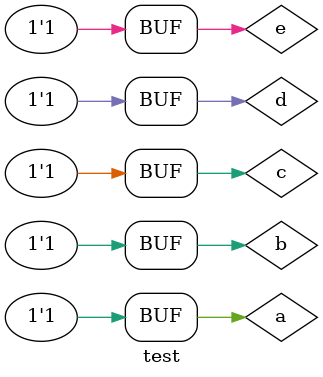
<source format=v>


module ex03 (s,a,b,c,d,e);
output s;
input a,b,c,d,e;

not NOT1 (bn,b);
not NOT2 (cn,c);
not NOT3 (dn,d);
xnor XNOR1 (temp1,a,c);
and AND1 (temp2,bn,e);
and AND2 (temp3,c,e);
and AND3 (temp4,a,bn,cn,d);
and AND3 (temp5,temp1,dn);
or OR1(s,temp2,temp3,temp4,temp5);

endmodule // ex03

// -----------------------------
// -- test Ex03
// -----------------------------

module test;
 reg a,b,c,d,e;
 wire s;
           
// instancia
ex03 EX03(s,a,b,c,d,e);
 
initial begin:start
      a=0;b=0;c=0;d=0;e=0;
 end
 
 
 // parte principal
 initial begin:main
      $display("Guia 08_03 - Alyson Deives - 416589");
      $display("Simplificação de Circuitos por Quine McCluskey\n");
		$display("\nA B C D E | S  \n");
		$monitor("%b %b %b %b %b | %b", a,b,c,d,e,s); 
  
  		#1 a=0;b=0;c=0;d=0;e=0;
		#1 a=0;b=0;c=0;d=0;e=1;
		#1 a=0;b=0;c=0;d=1;e=0;
		#1 a=0;b=0;c=0;d=1;e=1;
		#1 a=0;b=0;c=1;d=0;e=0;
		#1 a=0;b=0;c=1;d=0;e=1;
		#1 a=0;b=0;c=1;d=1;e=0;
		#1 a=0;b=0;c=1;d=1;e=1;
		#1 a=0;b=1;c=0;d=0;e=0;
		#1 a=0;b=1;c=0;d=0;e=1;
		#1 a=0;b=1;c=0;d=1;e=0;
		#1 a=0;b=1;c=0;d=1;e=1;
		#1 a=0;b=1;c=1;d=0;e=0;
		#1 a=0;b=1;c=1;d=0;e=1;
		#1 a=0;b=1;c=1;d=1;e=0;
		#1 a=0;b=1;c=1;d=1;e=1;
		#1 a=1;b=0;c=0;d=0;e=0;
		#1 a=1;b=0;c=0;d=0;e=1;
		#1 a=1;b=0;c=0;d=1;e=0;
		#1 a=1;b=0;c=0;d=1;e=1;
		#1 a=1;b=0;c=1;d=0;e=0;
		#1 a=1;b=0;c=1;d=0;e=1;
		#1 a=1;b=0;c=1;d=1;e=0;
		#1 a=1;b=0;c=1;d=1;e=1;
		#1 a=1;b=1;c=0;d=0;e=0;
		#1 a=1;b=1;c=0;d=0;e=1;
		#1 a=1;b=1;c=0;d=1;e=0;
		#1 a=1;b=1;c=0;d=1;e=1;
		#1 a=1;b=1;c=1;d=0;e=0;
		#1 a=1;b=1;c=1;d=0;e=1;
		#1 a=1;b=1;c=1;d=1;e=0;
		#1 a=1;b=1;c=1;d=1;e=1;
		
end		
endmodule // test

	 // -----------------------------
	 // -- TESTE
	 // -----------------------------
    // -- Guia 08_03 - Alyson Deives - 416589
    // -- Simplificação de Circuitos por Quine McCluskey
    // -- 
    // -- 
    // -- A B C D E | S  
    // -- 
    // -- 0 0 0 0 0 | 1
    // -- 0 0 0 0 1 | 1
    // -- 0 0 0 1 0 | 0
    // -- 0 0 0 1 1 | 1
    // -- 0 0 1 0 0 | 0
    // -- 0 0 1 0 1 | 1
    // -- 0 0 1 1 0 | 0
    // -- 0 0 1 1 1 | 1
    // -- 0 1 0 0 0 | 1
    // -- 0 1 0 0 1 | 1
    // -- 0 1 0 1 0 | 0
    // -- 0 1 0 1 1 | 0
    // -- 0 1 1 0 0 | 0
    // -- 0 1 1 0 1 | 1
    // -- 0 1 1 1 0 | 0
    // -- 0 1 1 1 1 | 1
    // -- 1 0 0 0 0 | 0
    // -- 1 0 0 0 1 | 1
    // -- 1 0 0 1 0 | 1
    // -- 1 0 0 1 1 | 1
    // -- 1 0 1 0 0 | 1
    // -- 1 0 1 0 1 | 1
    // -- 1 0 1 1 0 | 0
    // -- 1 0 1 1 1 | 1
    // -- 1 1 0 0 0 | 0
    // -- 1 1 0 0 1 | 0
    // -- 1 1 0 1 0 | 0
    // -- 1 1 0 1 1 | 0
    // -- 1 1 1 0 0 | 1
    // -- 1 1 1 0 1 | 1
    // -- 1 1 1 1 0 | 0
    // -- 1 1 1 1 1 | 1

</source>
